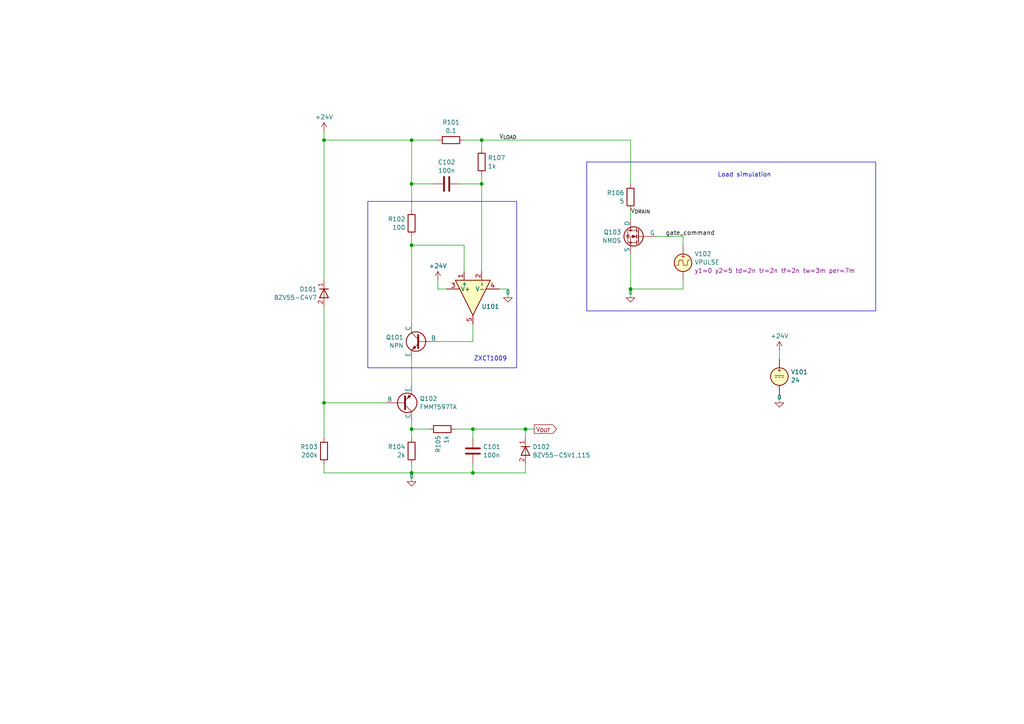
<source format=kicad_sch>
(kicad_sch (version 20231120) (generator "eeschema") (generator_version "8.0")
  (paper "A4")
  (lib_symbols
    (symbol "Device:C" (pin_numbers hide) (pin_names (offset 0.254))
      (property "Reference" "C" (at 0.635 2.54 0))
      (property "Value" "C" (at 0.635 -2.54 0))
      (symbol "C_0_1"
        (polyline (pts (xy -2.032 -0.762) (xy 2.032 -0.762)) (stroke (width 0.508)))
        (polyline (pts (xy -2.032 0.762) (xy 2.032 0.762)) (stroke (width 0.508)))
      )
      (symbol "C_1_1"
        (pin passive line (at 0 3.81 270) (length 2.794) (name "~") (number "1"))
        (pin passive line (at 0 -3.81 90) (length 2.794) (name "~") (number "2"))
      )
    )
    (symbol "Device:R" (pin_numbers hide) (pin_names (offset 0))
      (property "Reference" "R" (at 2.032 0 90))
      (property "Value" "R" (at 0 0 90))
      (symbol "R_0_1"
        (rectangle (start -1.016 -2.54) (end 1.016 2.54) (stroke (width 0.254)))
      )
      (symbol "R_1_1"
        (pin passive line (at 0 3.81 270) (length 1.27) (name "~") (number "1"))
        (pin passive line (at 0 -3.81 90) (length 1.27) (name "~") (number "2"))
      )
    )
    (symbol "Simulation_SPICE:0" (power) (pin_numbers hide) (pin_names (offset 0) hide)
      (property "Value" "0" (at 0 -2.54 0))
      (symbol "0_0_1"
        (polyline (pts (xy -1.27 0) (xy 0 -1.27) (xy 1.27 0) (xy -1.27 0)))
      )
      (symbol "0_1_1"
        (pin power_in line (at 0 0 0) (length 0) (name "~") (number "1"))
      )
    )
    (symbol "Simulation_SPICE:D" (pin_names (offset 1.016) hide)
      (property "Reference" "D" (at 0 2.54 0))
      (property "Value" "D" (at 0 -2.54 0))
      (symbol "D_0_1"
        (polyline (pts (xy -1.27 1.27) (xy -1.27 -1.27)) (stroke (width 0.254)))
        (polyline (pts (xy 1.27 0) (xy -1.27 0)))
        (polyline (pts (xy 1.27 1.27) (xy 1.27 -1.27) (xy -1.27 0) (xy 1.27 1.27)) (stroke (width 0.254)))
      )
      (symbol "D_1_1"
        (pin passive line (at -3.81 0 0) (length 2.54) (name "K") (number "1"))
        (pin passive line (at 3.81 0 180) (length 2.54) (name "A") (number "2"))
      )
    )
    (symbol "Simulation_SPICE:NMOS" (pin_numbers hide) (pin_names (offset 0))
      (property "Reference" "Q" (at 5.08 1.27 0))
      (property "Value" "NMOS" (at 5.08 -1.27 0))
      (symbol "NMOS_0_1"
        (polyline (pts (xy 0.254 0) (xy -2.54 0)))
        (polyline (pts (xy 0.254 1.905) (xy 0.254 -1.905)) (stroke (width 0.254)))
        (polyline (pts (xy 0.762 -1.27) (xy 0.762 -2.286)) (stroke (width 0.254)))
        (polyline (pts (xy 0.762 0.508) (xy 0.762 -0.508)) (stroke (width 0.254)))
        (polyline (pts (xy 0.762 2.286) (xy 0.762 1.27)) (stroke (width 0.254)))
        (polyline (pts (xy 2.54 2.54) (xy 2.54 1.778)))
        (polyline (pts (xy 2.54 -2.54) (xy 2.54 0) (xy 0.762 0)))
        (polyline (pts (xy 0.762 -1.778) (xy 3.302 -1.778) (xy 3.302 1.778) (xy 0.762 1.778)))
        (polyline (pts (xy 1.016 0) (xy 2.032 0.381) (xy 2.032 -0.381) (xy 1.016 0)) (fill (type outline)))
        (polyline (pts (xy 2.794 0.508) (xy 2.921 0.381) (xy 3.683 0.381) (xy 3.81 0.254)))
        (polyline (pts (xy 3.302 0.381) (xy 2.921 -0.254) (xy 3.683 -0.254) (xy 3.302 0.381)))
        (circle (center 1.651 0) (radius 2.794) (stroke (width 0.254)))
        (circle (center 2.54 -1.778) (radius 0.254) (fill (type outline)))
        (circle (center 2.54 1.778) (radius 0.254) (fill (type outline)))
      )
      (symbol "NMOS_1_1"
        (pin passive line (at 2.54 5.08 270) (length 2.54) (name "D") (number "1"))
        (pin input line (at -5.08 0 0) (length 2.54) (name "G") (number "2"))
        (pin passive line (at 2.54 -5.08 90) (length 2.54) (name "S") (number "3"))
      )
    )
    (symbol "Simulation_SPICE:NPN" (pin_numbers hide) (pin_names (offset 0))
      (property "Reference" "Q" (at -2.54 7.62 0))
      (property "Value" "NPN" (at -2.54 5.08 0))
      (symbol "NPN_0_1"
        (polyline (pts (xy -2.54 0) (xy 0.635 0)) (stroke (width 0.1524)))
        (polyline (pts (xy 0.635 0.635) (xy 2.54 2.54)))
        (polyline (pts (xy 2.794 -1.27) (xy 2.794 -1.27)) (stroke (width 0.1524)))
        (polyline (pts (xy 2.794 -1.27) (xy 2.794 -1.27)) (stroke (width 0.1524)))
        (polyline (pts (xy 0.635 -0.635) (xy 2.54 -2.54) (xy 2.54 -2.54)))
        (polyline (pts (xy 0.635 1.905) (xy 0.635 -1.905) (xy 0.635 -1.905)) (stroke (width 0.508)))
        (polyline (pts (xy 1.27 -1.778) (xy 1.778 -1.27) (xy 2.286 -2.286) (xy 1.27 -1.778) (xy 1.27 -1.778)) (fill (type outline)))
        (circle (center 1.27 0) (radius 2.8194) (stroke (width 0.254)))
      )
      (symbol "NPN_1_1"
        (pin open_collector line (at 2.54 5.08 270) (length 2.54) (name "C") (number "1"))
        (pin input line (at -5.08 0 0) (length 2.54) (name "B") (number "2"))
        (pin open_emitter line (at 2.54 -5.08 90) (length 2.54) (name "E") (number "3"))
      )
    )
    (symbol "Simulation_SPICE:OPAMP" (pin_names (offset 0.254))
      (property "Reference" "U" (at 3.81 3.175 0))
      (property "Value" "${SIM.PARAMS}" (at 3.81 -3.175 0))
      (symbol "OPAMP_0_1"
        (polyline (pts (xy 5.08 0) (xy -5.08 5.08) (xy -5.08 -5.08) (xy 5.08 0)) (stroke (width 0.254)) (fill (type background)))
      )
      (symbol "OPAMP_1_1"
        (pin input line (at -7.62 2.54 0) (length 2.54) (name "+") (number "1"))
        (pin input line (at -7.62 -2.54 0) (length 2.54) (name "-") (number "2"))
        (pin power_in line (at -2.54 7.62 270) (length 3.81) (name "V+") (number "3"))
        (pin power_in line (at -2.54 -7.62 90) (length 3.81) (name "V-") (number "4"))
        (pin output line (at 7.62 0 180) (length 2.54) (name "~") (number "5"))
      )
    )
    (symbol "Simulation_SPICE:PNP" (pin_numbers hide) (pin_names (offset 0))
      (property "Reference" "Q" (at -2.54 7.62 0))
      (property "Value" "PNP" (at -2.54 5.08 0))
      (symbol "PNP_0_1"
        (polyline (pts (xy -2.54 0) (xy 0.635 0)) (stroke (width 0.1524)))
        (polyline (pts (xy 0.635 0.635) (xy 2.54 2.54)))
        (polyline (pts (xy 0.635 -0.635) (xy 2.54 -2.54) (xy 2.54 -2.54)))
        (polyline (pts (xy 0.635 1.905) (xy 0.635 -1.905) (xy 0.635 -1.905)) (stroke (width 0.508)))
        (polyline (pts (xy 2.286 -1.778) (xy 1.778 -2.286) (xy 1.27 -1.27) (xy 2.286 -1.778) (xy 2.286 -1.778)) (fill (type outline)))
        (circle (center 1.27 0) (radius 2.8194) (stroke (width 0.254)))
      )
      (symbol "PNP_1_1"
        (pin open_collector line (at 2.54 5.08 270) (length 2.54) (name "C") (number "1"))
        (pin input line (at -5.08 0 0) (length 2.54) (name "B") (number "2"))
        (pin open_emitter line (at 2.54 -5.08 90) (length 2.54) (name "E") (number "3"))
      )
    )
    (symbol "Simulation_SPICE:VDC" (pin_numbers hide) (pin_names (offset 0.0254))
      (property "Reference" "V" (at 2.54 2.54 0))
      (property "Value" "1" (at 2.54 0 0))
      (symbol "VDC_0_0"
        (polyline (pts (xy -1.27 0.254) (xy 1.27 0.254)))
        (polyline (pts (xy -0.762 -0.254) (xy -1.27 -0.254)))
        (polyline (pts (xy 0.254 -0.254) (xy -0.254 -0.254)))
        (polyline (pts (xy 1.27 -0.254) (xy 0.762 -0.254)))
        (text "+" (at 0 1.905 0) (effects (font (size 1.27 1.27))))
      )
      (symbol "VDC_0_1"
        (circle (center 0 0) (radius 2.54) (stroke (width 0.254)) (fill (type background)))
      )
      (symbol "VDC_1_1"
        (pin passive line (at 0 5.08 270) (length 2.54) (name "~") (number "1"))
        (pin passive line (at 0 -5.08 90) (length 2.54) (name "~") (number "2"))
      )
    )
    (symbol "Simulation_SPICE:VPULSE" (pin_numbers hide) (pin_names (offset 0.0254))
      (property "Reference" "V" (at 2.54 2.54 0))
      (property "Value" "VPULSE" (at 2.54 0 0))
      (property "Sim.Params" "y1=0 y2=1 td=2n tr=2n tf=2n tw=50n per=100n" (at 2.54 -2.54 0))
      (symbol "VPULSE_0_0"
        (polyline (pts (xy -2.032 -0.762) (xy -1.397 -0.762) (xy -1.143 0.762) (xy -0.127 0.762) (xy 0.127 -0.762) (xy 1.143 -0.762) (xy 1.397 0.762) (xy 2.032 0.762)))
        (text "+" (at 0 1.905 0) (effects (font (size 1.27 1.27))))
      )
      (symbol "VPULSE_0_1"
        (circle (center 0 0) (radius 2.54) (stroke (width 0.254)) (fill (type background)))
      )
      (symbol "VPULSE_1_1"
        (pin passive line (at 0 5.08 270) (length 2.54) (name "~") (number "1"))
        (pin passive line (at 0 -5.08 90) (length 2.54) (name "~") (number "2"))
      )
    )
    (symbol "power:+24V" (power) (pin_numbers hide) (pin_names (offset 0) hide)
      (property "Value" "+24V" (at 0 3.556 0))
      (symbol "+24V_0_1"
        (polyline (pts (xy -0.762 1.27) (xy 0 2.54)))
        (polyline (pts (xy 0 0) (xy 0 2.54)))
        (polyline (pts (xy 0 2.54) (xy 0.762 1.27)))
      )
      (symbol "+24V_1_1"
        (pin power_in line (at 0 0 90) (length 0) (name "~") (number "1"))
      )
    )
  )
  (junction (at 93.98 116.84))
  (junction (at 182.88 83.82))
  (junction (at 137.16 124.46))
  (junction (at 119.38 137.16))
  (junction (at 119.38 40.64))
  (junction (at 119.38 71.12))
  (junction (at 152.4 124.46))
  (junction (at 137.16 137.16))
  (junction (at 139.7 53.34))
  (junction (at 119.38 124.46))
  (junction (at 93.98 40.64))
  (junction (at 139.7 40.64))
  (junction (at 119.38 53.34))
  (wire (pts (xy 93.98 38.1) (xy 93.98 40.64)))
  (wire (pts (xy 137.16 93.98) (xy 137.16 99.06)))
  (wire (pts (xy 119.38 71.12) (xy 119.38 93.98)))
  (wire (pts (xy 182.88 60.96) (xy 182.88 63.5)))
  (wire (pts (xy 119.38 60.96) (xy 119.38 53.34)))
  (wire (pts (xy 134.62 71.12) (xy 119.38 71.12)))
  (wire (pts (xy 182.88 83.82) (xy 182.88 86.36)))
  (wire (pts (xy 93.98 40.64) (xy 93.98 81.28)))
  (wire (pts (xy 226.06 114.3) (xy 226.06 116.84)))
  (wire (pts (xy 119.38 40.64) (xy 127 40.64)))
  (wire (pts (xy 119.38 68.58) (xy 119.38 71.12)))
  (wire (pts (xy 147.32 83.82) (xy 144.78 83.82)))
  (wire (pts (xy 152.4 134.62) (xy 152.4 137.16)))
  (wire (pts (xy 119.38 137.16) (xy 119.38 139.7)))
  (wire (pts (xy 182.88 73.66) (xy 182.88 83.82)))
  (wire (pts (xy 134.62 78.74) (xy 134.62 71.12)))
  (wire (pts (xy 133.35 53.34) (xy 139.7 53.34)))
  (wire (pts (xy 93.98 134.62) (xy 93.98 137.16)))
  (wire (pts (xy 198.12 83.82) (xy 182.88 83.82)))
  (wire (pts (xy 152.4 124.46) (xy 154.94 124.46)))
  (wire (pts (xy 139.7 40.64) (xy 182.88 40.64)))
  (wire (pts (xy 119.38 104.14) (xy 119.38 111.76)))
  (wire (pts (xy 137.16 134.62) (xy 137.16 137.16)))
  (wire (pts (xy 93.98 116.84) (xy 93.98 127)))
  (wire (pts (xy 226.06 101.6) (xy 226.06 104.14)))
  (wire (pts (xy 198.12 81.28) (xy 198.12 83.82)))
  (wire (pts (xy 152.4 137.16) (xy 137.16 137.16)))
  (wire (pts (xy 93.98 116.84) (xy 111.76 116.84)))
  (wire (pts (xy 93.98 40.64) (xy 119.38 40.64)))
  (wire (pts (xy 132.08 124.46) (xy 137.16 124.46)))
  (wire (pts (xy 137.16 124.46) (xy 152.4 124.46)))
  (wire (pts (xy 93.98 137.16) (xy 119.38 137.16)))
  (wire (pts (xy 119.38 40.64) (xy 119.38 53.34)))
  (wire (pts (xy 119.38 121.92) (xy 119.38 124.46)))
  (wire (pts (xy 139.7 53.34) (xy 139.7 78.74)))
  (wire (pts (xy 137.16 99.06) (xy 127 99.06)))
  (wire (pts (xy 127 83.82) (xy 129.54 83.82)))
  (wire (pts (xy 147.32 86.36) (xy 147.32 83.82)))
  (wire (pts (xy 152.4 127) (xy 152.4 124.46)))
  (wire (pts (xy 119.38 124.46) (xy 119.38 127)))
  (wire (pts (xy 119.38 134.62) (xy 119.38 137.16)))
  (wire (pts (xy 139.7 40.64) (xy 139.7 43.18)))
  (wire (pts (xy 119.38 53.34) (xy 125.73 53.34)))
  (wire (pts (xy 137.16 137.16) (xy 119.38 137.16)))
  (wire (pts (xy 139.7 53.34) (xy 139.7 50.8)))
  (wire (pts (xy 119.38 124.46) (xy 124.46 124.46)))
  (wire (pts (xy 190.5 68.58) (xy 198.12 68.58)))
  (wire (pts (xy 182.88 53.34) (xy 182.88 40.64)))
  (wire (pts (xy 93.98 88.9) (xy 93.98 116.84)))
  (wire (pts (xy 134.62 40.64) (xy 139.7 40.64)))
  (wire (pts (xy 127 81.28) (xy 127 83.82)))
  (wire (pts (xy 137.16 124.46) (xy 137.16 127)))
  (wire (pts (xy 198.12 68.58) (xy 198.12 71.12)))
  (rectangle (start 106.68 58.42) (end 149.86 106.68))
  (rectangle (start 170.18 46.99) (end 254 90.17))
  (text "ZXCT1009" (at 142.24 104.14 0) (effects (font (size 1.27 1.27))))
  (text "Load simulation" (at 215.9 50.8 0) (effects (font (size 1.27 1.27))))
  (label "V_{DRAIN}" (at 182.88 62.23 0))
  (label "gate_command" (at 193.04 68.58 0))
  (label "V_{LOAD}" (at 144.78 40.64 0))
  (global_label "V_{OUT}" (shape output) (at 154.94 124.46 0) (property "Intersheetrefs" "${INTERSHEET_REFS}" (effects (hide yes))))
  (symbol (lib_id "Simulation_SPICE:NMOS") (at 185.42 68.58 0) (mirror y) (unit 1)
    (property "Reference" "Q103" (at 180.2131 67.3678 0) (effects (justify left)))
    (property "Value" "NMOS" (at 180.2131 69.7921 0) (effects (justify left)))
    (property "Datasheet" "https://ngspice.sourceforge.io/docs/ngspice-html-manual/manual.xhtml#cha_MOSFETs" (effects (hide yes)))
    (property "Description" "N-MOSFET transistor, drain/source/gate" (effects (hide yes)))
    (property "Sim.Device" "NMOS" (effects (hide yes)))
    (property "Sim.Type" "VDMOS" (effects (hide yes)))
    (property "Sim.Pins" "1=D 2=G 3=S" (effects (hide yes)))
  )
  (symbol (lib_id "Simulation_SPICE:0") (at 226.06 116.84 0) (unit 1)
    (property "Reference" "#GND0102" (effects (hide yes)))
    (property "Value" "0" (at 226.06 115.2469 0))
    (property "Datasheet" "https://ngspice.sourceforge.io/docs/ngspice-html-manual/manual.xhtml#subsec_Circuit_elements__device" (effects (hide yes)))
    (property "Description" "0V reference potential for simulation" (effects (hide yes)))
  )
  (symbol (lib_id "Simulation_SPICE:VPULSE") (at 198.12 76.2 0) (unit 1)
    (property "Reference" "V102" (at 201.422 73.6459 0) (effects (justify left)))
    (property "Value" "VPULSE" (at 201.422 76.0702 0) (effects (justify left)))
    (property "Datasheet" "https://ngspice.sourceforge.io/docs/ngspice-html-manual/manual.xhtml#sec_Independent_Sources_for" (effects (hide yes)))
    (property "Description" "Voltage source, pulse" (effects (hide yes)))
    (property "Sim.Pins" "1=+ 2=-" (effects (hide yes)))
    (property "Sim.Type" "PULSE" (effects (hide yes)))
    (property "Sim.Device" "V" (effects (hide yes)))
    (property "Sim.Params" "y1=0 y2=5 td=2n tr=2n tf=2n tw=3m per=7m" (at 201.422 78.4945 0) (effects (justify left)))
  )
  (symbol (lib_id "Device:R") (at 128.27 124.46 90) (mirror x) (unit 1)
    (property "Reference" "R105" (at 127.0578 126.238 0) (effects (justify left)))
    (property "Value" "1k" (at 129.4821 126.238 0) (effects (justify left)))
    (property "Description" "Resistor" (effects (hide yes)))
  )
  (symbol (lib_id "Device:R") (at 130.81 40.64 90) (unit 1)
    (property "Reference" "R101" (at 130.81 35.4795 90))
    (property "Value" "0.1" (at 130.81 37.9038 90))
    (property "Description" "Resistor" (effects (hide yes)))
  )
  (symbol (lib_id "Device:R") (at 119.38 130.81 0) (mirror y) (unit 1)
    (property "Reference" "R104" (at 117.602 129.5978 0) (effects (justify left)))
    (property "Value" "2k" (at 117.602 132.0221 0) (effects (justify left)))
    (property "Description" "Resistor" (effects (hide yes)))
  )
  (symbol (lib_id "Simulation_SPICE:NPN") (at 121.92 99.06 0) (mirror y) (unit 1)
    (property "Reference" "Q101" (at 117.0686 97.8478 0) (effects (justify left)))
    (property "Value" "NPN" (at 117.0686 100.2721 0) (effects (justify left)))
    (property "Datasheet" "https://ngspice.sourceforge.io/docs/ngspice-html-manual/manual.xhtml#cha_BJTs" (effects (hide yes)))
    (property "Description" "Bipolar transistor symbol for simulation only, substrate tied to the emitter" (effects (hide yes)))
    (property "Sim.Device" "NPN" (effects (hide yes)))
    (property "Sim.Type" "GUMMELPOON" (effects (hide yes)))
    (property "Sim.Pins" "1=C 2=B 3=E" (effects (hide yes)))
  )
  (symbol (lib_id "Device:R") (at 182.88 57.15 0) (mirror y) (unit 1)
    (property "Reference" "R106" (at 181.102 55.9378 0) (effects (justify left)))
    (property "Value" "5" (at 181.102 58.3621 0) (effects (justify left)))
    (property "Description" "Resistor" (effects (hide yes)))
  )
  (symbol (lib_id "power:+24V") (at 226.06 101.6 0) (unit 1)
    (property "Reference" "#PWR0101" (effects (hide yes)))
    (property "Value" "+24V" (at 226.06 97.4669 0))
    (property "Description" "Power symbol creates a global label with name \"+24V\"" (effects (hide yes)))
  )
  (symbol (lib_id "Simulation_SPICE:0") (at 147.32 86.36 0) (unit 1)
    (property "Reference" "#GND0101" (effects (hide yes)))
    (property "Value" "0" (at 147.32 84.7669 0))
    (property "Datasheet" "https://ngspice.sourceforge.io/docs/ngspice-html-manual/manual.xhtml#subsec_Circuit_elements__device" (effects (hide yes)))
    (property "Description" "0V reference potential for simulation" (effects (hide yes)))
  )
  (symbol (lib_id "Device:C") (at 137.16 130.81 0) (unit 1)
    (property "Reference" "C101" (at 140.081 129.5978 0) (effects (justify left)))
    (property "Value" "100n" (at 140.081 132.0221 0) (effects (justify left)))
    (property "Description" "Unpolarized capacitor" (effects (hide yes)))
  )
  (symbol (lib_id "Simulation_SPICE:D") (at 93.98 85.09 90) (mirror x) (unit 1)
    (property "Reference" "D101" (at 91.948 83.8778 90) (effects (justify left)))
    (property "Value" "BZV55-C4V7" (at 91.948 86.3021 90) (effects (justify left)))
    (property "Datasheet" "https://ngspice.sourceforge.io/docs/ngspice-html-manual/manual.xhtml#cha_DIODEs" (effects (hide yes)))
    (property "Description" "Diode for simulation or PCB" (effects (hide yes)))
    (property "Sim.Device" "D" (effects (hide yes)))
    (property "Sim.Pins" "1=K 2=A" (effects (hide yes)))
    (property "Sim.Params" "rs=500m cjo=300p" (effects (hide yes)))
  )
  (symbol (lib_id "Device:R") (at 139.7 46.99 0) (unit 1)
    (property "Reference" "R107" (at 141.478 45.7778 0) (effects (justify left)))
    (property "Value" "1k" (at 141.478 48.2021 0) (effects (justify left)))
    (property "Description" "Resistor" (effects (hide yes)))
  )
  (symbol (lib_id "Simulation_SPICE:VDC") (at 226.06 109.22 0) (unit 1)
    (property "Reference" "V101" (at 229.362 107.878 0) (effects (justify left)))
    (property "Value" "24" (at 229.362 110.3023 0) (effects (justify left)))
    (property "Datasheet" "https://ngspice.sourceforge.io/docs/ngspice-html-manual/manual.xhtml#sec_Independent_Sources_for" (effects (hide yes)))
    (property "Description" "Voltage source, DC" (effects (hide yes)))
    (property "Sim.Pins" "1=+ 2=-" (effects (hide yes)))
    (property "Sim.Type" "DC" (effects (hide yes)))
    (property "Sim.Device" "V" (effects (hide yes)))
  )
  (symbol (lib_id "power:+24V") (at 127 81.28 0) (unit 1)
    (property "Reference" "#PWR0102" (effects (hide yes)))
    (property "Value" "+24V" (at 127 77.1469 0))
    (property "Description" "Power symbol creates a global label with name \"+24V\"" (effects (hide yes)))
  )
  (symbol (lib_id "Device:R") (at 119.38 64.77 0) (mirror y) (unit 1)
    (property "Reference" "R102" (at 117.602 63.5578 0) (effects (justify left)))
    (property "Value" "100" (at 117.602 65.9821 0) (effects (justify left)))
    (property "Description" "Resistor" (effects (hide yes)))
  )
  (symbol (lib_id "Simulation_SPICE:OPAMP") (at 137.16 86.36 90) (mirror x) (unit 1)
    (property "Reference" "U101" (at 142.24 88.9 90))
    (property "Value" "${SIM.PARAMS}" (at 128.7273 80.8423 90))
    (property "Datasheet" "https://ngspice.sourceforge.io/docs/ngspice-html-manual/manual.xhtml#sec__SUBCKT_Subcircuits" (effects (hide yes)))
    (property "Description" "Operational amplifier, single" (effects (hide yes)))
    (property "Sim.Pins" "1=in+ 2=in- 3=vcc 4=vee 5=out" (effects (hide yes)))
    (property "Sim.Device" "SUBCKT" (effects (hide yes)))
    (property "Sim.Library" "${KICAD8_SYMBOL_DIR}/Simulation_SPICE.sp" (effects (hide yes)))
    (property "Sim.Name" "kicad_builtin_opamp" (effects (hide yes)))
  )
  (symbol (lib_id "power:+24V") (at 93.98 38.1 0) (unit 1)
    (property "Reference" "#PWR0103" (effects (hide yes)))
    (property "Value" "+24V" (at 93.98 33.9669 0))
    (property "Description" "Power symbol creates a global label with name \"+24V\"" (effects (hide yes)))
  )
  (symbol (lib_id "Device:C") (at 129.54 53.34 90) (unit 1)
    (property "Reference" "C102" (at 129.54 47.0365 90))
    (property "Value" "100n" (at 129.54 49.4608 90))
    (property "Description" "Unpolarized capacitor" (effects (hide yes)))
  )
  (symbol (lib_id "Simulation_SPICE:PNP") (at 116.84 116.84 0) (mirror x) (unit 1)
    (property "Reference" "Q102" (at 121.6914 115.6278 0) (effects (justify left)))
    (property "Value" "FMMT597TA" (at 121.6914 118.0521 0) (effects (justify left)))
    (property "Datasheet" "https://ngspice.sourceforge.io/docs/ngspice-html-manual/manual.xhtml#cha_BJTs" (effects (hide yes)))
    (property "Description" "Bipolar transistor symbol for simulation only, substrate tied to the emitter" (effects (hide yes)))
    (property "Sim.Device" "PNP" (effects (hide yes)))
    (property "Sim.Type" "GUMMELPOON" (effects (hide yes)))
    (property "Sim.Pins" "1=C 2=B 3=E" (effects (hide yes)))
  )
  (symbol (lib_id "Simulation_SPICE:D") (at 152.4 130.81 270) (unit 1)
    (property "Reference" "D102" (at 154.432 129.5978 90) (effects (justify left)))
    (property "Value" "BZV55-C5V1,115" (at 154.432 132.0221 90) (effects (justify left)))
    (property "Datasheet" "https://ngspice.sourceforge.io/docs/ngspice-html-manual/manual.xhtml#cha_DIODEs" (effects (hide yes)))
    (property "Description" "Diode for simulation or PCB" (effects (hide yes)))
    (property "Sim.Device" "D" (effects (hide yes)))
    (property "Sim.Pins" "1=K 2=A" (effects (hide yes)))
    (property "Sim.Params" "rs=480m cjo=300p" (effects (hide yes)))
  )
  (symbol (lib_id "Simulation_SPICE:0") (at 119.38 139.7 0) (unit 1)
    (property "Reference" "#GND0104" (effects (hide yes)))
    (property "Value" "0" (at 119.38 138.1069 0))
    (property "Datasheet" "https://ngspice.sourceforge.io/docs/ngspice-html-manual/manual.xhtml#subsec_Circuit_elements__device" (effects (hide yes)))
    (property "Description" "0V reference potential for simulation" (effects (hide yes)))
  )
  (symbol (lib_id "Device:R") (at 93.98 130.81 0) (mirror y) (unit 1)
    (property "Reference" "R103" (at 92.202 129.5978 0) (effects (justify left)))
    (property "Value" "200k" (at 92.202 132.0221 0) (effects (justify left)))
    (property "Description" "Resistor" (effects (hide yes)))
  )
  (symbol (lib_id "Simulation_SPICE:0") (at 182.88 86.36 0) (unit 1)
    (property "Reference" "#GND0103" (effects (hide yes)))
    (property "Value" "0" (at 182.88 84.7669 0))
    (property "Datasheet" "https://ngspice.sourceforge.io/docs/ngspice-html-manual/manual.xhtml#subsec_Circuit_elements__device" (effects (hide yes)))
    (property "Description" "0V reference potential for simulation" (effects (hide yes)))
  )
)
</source>
